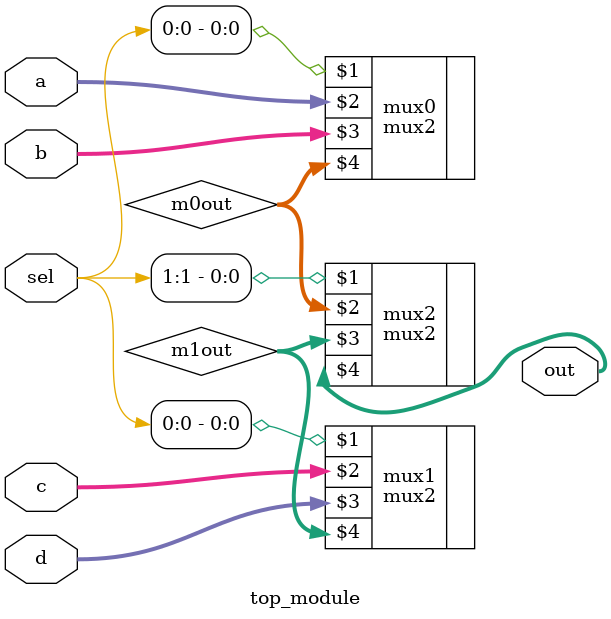
<source format=v>
module top_module (
    input [1:0] sel,
    input [7:0] a,
    input [7:0] b,
    input [7:0] c,
    input [7:0] d,
    output [7:0] out  ); //

    wire [7:0] m0out, m1out;
    mux2 mux0 ( sel[0],    a,    b, m0out );
    mux2 mux1 ( sel[0],    c,    d, m1out );
    mux2 mux2 ( sel[1], m0out, m1out,  out );

endmodule
</source>
